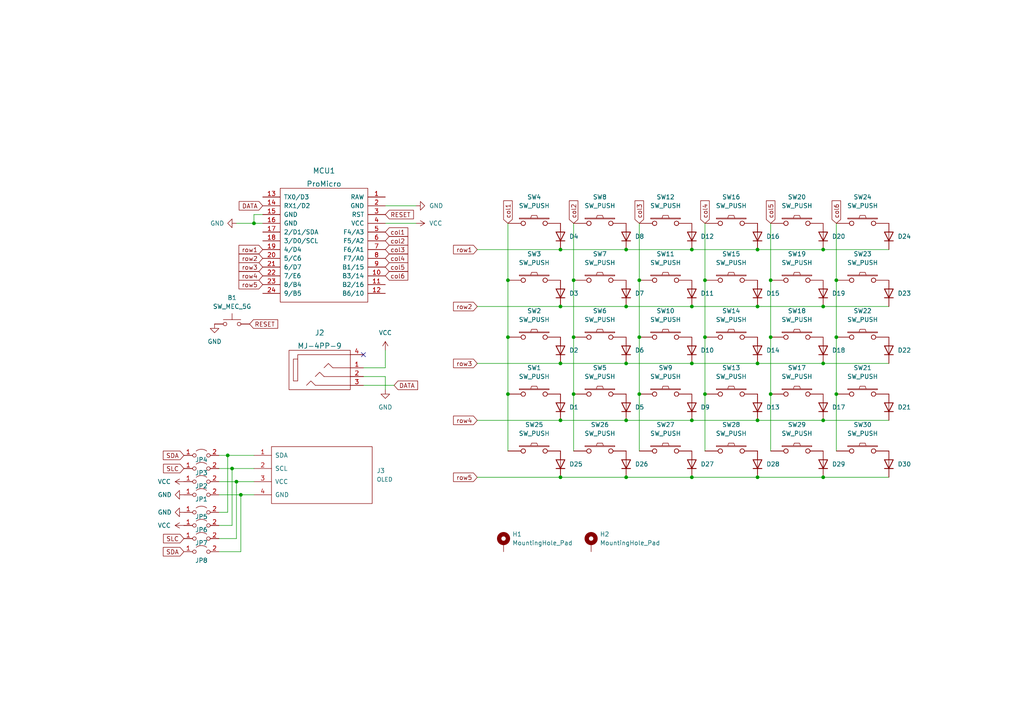
<source format=kicad_sch>
(kicad_sch (version 20211123) (generator eeschema)
  (paper "A4")
  (title_block (title "Insequor58 ≈ Moon60"))
  (lib_symbols
    (symbol "GND_1" (power) (pin_names (offset 0))
      (property "Value" "GND_1" (at 0 -3.81 0))
      (symbol "GND_1_0_1"
        (polyline (pts (xy 0 0) (xy 0 -1.27) (xy 1.27 -1.27) (xy 0 -2.54) (xy -1.27 -1.27) (xy 0 -1.27)))
      )
      (symbol "GND_1_1_1"
        (pin power_in line (at 0 0 270) (length 0) hide (name "GND") (number "1"))
      )
    )
    (symbol "Jumper:Jumper_2_Open" (pin_names (offset 0) hide)
      (property "Reference" "JP" (at 0 2.794 0))
      (property "Value" "Jumper_2_Open" (at 0 -2.286 0))
      (symbol "Jumper_2_Open_0_0"
        (circle (center -2.032 0) (radius 0.508))
        (circle (center 2.032 0) (radius 0.508))
      )
      (symbol "Jumper_2_Open_0_1"
        (arc (start 1.524 1.27) (mid 0 1.778) (end -1.524 1.27))
      )
      (symbol "Jumper_2_Open_1_1"
        (pin passive line (at -5.08 0 0) (length 2.54) (name "A") (number "1"))
        (pin passive line (at 5.08 0 180) (length 2.54) (name "B") (number "2"))
      )
    )
    (symbol "Mechanical:MountingHole_Pad" (pin_numbers hide) (pin_names (offset 1.016) hide)
      (property "Reference" "H" (at 0 6.35 0))
      (property "Value" "MountingHole_Pad" (at 0 4.445 0))
      (symbol "MountingHole_Pad_0_1"
        (circle (center 0 1.27) (radius 1.27) (stroke (width 1.27)))
      )
      (symbol "MountingHole_Pad_1_1"
        (pin input line (at 0 -2.54 90) (length 2.54) (name "1") (number "1"))
      )
    )
    (symbol "Moon60Symbols:MJ-4PP-9" (pin_names (offset 1.016))
      (property "Reference" "J?" (at -1.27 7.62 0))
      (property "Value" "MJ-4PP-9" (at -1.27 -7.62 0))
      (symbol "MJ-4PP-9_0_1"
        (rectangle (start -7.62 2.54) (end -8.89 -3.81))
        (polyline (pts (xy 2.54 0) (xy 7.62 0)))
        (polyline (pts (xy -2.54 -5.08) (xy 7.62 -5.08) (xy 7.62 -5.08)))
        (polyline (pts (xy 0 -2.54) (xy -1.27 -1.27) (xy -2.54 -2.54)))
        (polyline (pts (xy 0 0) (xy 1.27 1.27) (xy 2.54 0)))
        (polyline (pts (xy 7.62 3.81) (xy -7.62 3.81) (xy -7.62 2.54)))
        (polyline (pts (xy -2.54 -5.08) (xy -3.81 -3.81) (xy -5.08 -5.08) (xy -5.08 -5.08)))
        (polyline (pts (xy 0 -2.54) (xy 7.62 -2.54) (xy 7.62 -2.54) (xy 7.62 -2.54)))
        (rectangle (start 7.62 -6.35) (end -10.16 5.08))
      )
      (symbol "MJ-4PP-9_1_1"
        (pin passive line (at 11.43 0 180) (length 3.81) (name "~") (number "1"))
        (pin passive line (at 11.43 -2.54 180) (length 3.81) (name "~") (number "2"))
        (pin passive line (at 11.43 -5.08 180) (length 3.81) (name "~") (number "3"))
        (pin passive line (at 11.43 3.81 180) (length 3.81) (name "~") (number "4"))
      )
    )
    (symbol "Moon60Symbols:OLED" (pin_names (offset 1.016))
      (property "Reference" "J3" (at 16.51 1.905 0))
      (property "Value" "OLED" (at 16.51 -0.635 0))
      (symbol "OLED_0_1"
        (rectangle (start -13.97 8.89) (end 15.24 -7.62))
      )
      (symbol "OLED_1_1"
        (pin bidirectional line (at -19.05 6.35 0) (length 5.08) (name "SDA") (number "1"))
        (pin bidirectional line (at -19.05 2.54 0) (length 5.08) (name "SCL") (number "2"))
        (pin power_in line (at -19.05 -1.27 0) (length 5.08) (name "VCC") (number "3"))
        (pin power_in line (at -19.05 -5.08 0) (length 5.08) (name "GND") (number "4"))
      )
    )
    (symbol "Moon60Symbols:SW_PUSH" (pin_numbers hide) (pin_names (offset 1.016) hide)
      (property "Reference" "SW19" (at 0 7.62 0))
      (property "Value" "SW_PUSH" (at 0 5.08 0))
      (symbol "SW_PUSH_0_1"
        (rectangle (start -4.318 1.27) (end 4.318 1.524))
        (polyline (pts (xy -1.016 1.524) (xy -0.762 2.286) (xy 0.762 2.286) (xy 1.016 1.524)))
        (pin passive inverted (at -7.62 0 0) (length 5.08) (name "1") (number "1"))
        (pin passive inverted (at 7.62 0 180) (length 5.08) (name "2") (number "2"))
      )
    )
    (symbol "ProMicro_1" (pin_names (offset 1.016))
      (property "Reference" "MCU1" (at 0 25.4 0))
      (property "Value" "ProMicro_1" (at 0 21.59 0))
      (symbol "ProMicro_1_0_1"
        (rectangle (start -12.7 16.51) (end 12.7 -16.51))
      )
      (symbol "ProMicro_1_1_1"
        (pin power_out line (at 17.78 13.97 180) (length 5.08) (name "RAW") (number "1"))
        (pin bidirectional line (at 17.78 -8.89 180) (length 5.08) (name "B3/14") (number "10"))
        (pin bidirectional line (at 17.78 -11.43 180) (length 5.08) (name "B2/16") (number "11"))
        (pin bidirectional line (at 17.78 -13.97 180) (length 5.08) (name "B6/10") (number "12"))
        (pin bidirectional line (at -17.78 13.97 0) (length 5.08) (name "TX0/D3") (number "13"))
        (pin bidirectional line (at -17.78 11.43 0) (length 5.08) (name "RX1/D2") (number "14"))
        (pin power_in line (at -17.78 8.89 0) (length 5.08) (name "GND") (number "15"))
        (pin power_in line (at -17.78 6.35 0) (length 5.08) (name "GND") (number "16"))
        (pin bidirectional line (at -17.78 3.81 0) (length 5.08) (name "2/D1/SDA") (number "17"))
        (pin bidirectional line (at -17.78 1.27 0) (length 5.08) (name "3/D0/SCL") (number "18"))
        (pin bidirectional line (at -17.78 -1.27 0) (length 5.08) (name "4/D4") (number "19"))
        (pin power_in line (at 17.78 11.43 180) (length 5.08) (name "GND") (number "2"))
        (pin bidirectional line (at -17.78 -3.81 0) (length 5.08) (name "5/C6") (number "20"))
        (pin bidirectional line (at -17.78 -6.35 0) (length 5.08) (name "6/D7") (number "21"))
        (pin bidirectional line (at -17.78 -8.89 0) (length 5.08) (name "7/E6") (number "22"))
        (pin bidirectional line (at -17.78 -11.43 0) (length 5.08) (name "8/B4") (number "23"))
        (pin bidirectional line (at -17.78 -13.97 0) (length 5.08) (name "9/B5") (number "24"))
        (pin input line (at 17.78 8.89 180) (length 5.08) (name "RST") (number "3"))
        (pin power_in line (at 17.78 6.35 180) (length 5.08) (name "VCC") (number "4"))
        (pin bidirectional line (at 17.78 3.81 180) (length 5.08) (name "F4/A3") (number "5"))
        (pin bidirectional line (at 17.78 1.27 180) (length 5.08) (name "F5/A2") (number "6"))
        (pin bidirectional line (at 17.78 -1.27 180) (length 5.08) (name "F6/A1") (number "7"))
        (pin bidirectional line (at 17.78 -3.81 180) (length 5.08) (name "F7/A0") (number "8"))
        (pin bidirectional line (at 17.78 -6.35 180) (length 5.08) (name "B1/15") (number "9"))
      )
    )
    (symbol "Simulation_SPICE:DIODE" (pin_numbers hide) (pin_names (offset 1.016) hide)
      (property "Reference" "D" (at 0 2.54 0))
      (property "Value" "DIODE" (at 0 -2.54 0))
      (symbol "DIODE_0_1"
        (polyline (pts (xy 1.27 0) (xy -1.27 0)))
        (polyline (pts (xy 1.27 1.27) (xy 1.27 -1.27)) (stroke (width 0.254)))
        (polyline (pts (xy -1.27 -1.27) (xy -1.27 1.27) (xy 1.27 0) (xy -1.27 -1.27)) (stroke (width 0.254)))
      )
      (symbol "DIODE_1_1"
        (pin passive line (at -3.81 0 0) (length 2.54) (name "A") (number "1"))
        (pin passive line (at 3.81 0 180) (length 2.54) (name "K") (number "2"))
      )
    )
    (symbol "Switch:SW_MEC_5G" (pin_numbers hide) (pin_names (offset 1.016) hide)
      (property "Reference" "SW" (at 1.27 2.54 0))
      (property "Value" "SW_MEC_5G" (at 0 -1.524 0))
      (symbol "SW_MEC_5G_0_1"
        (circle (center -2.032 0) (radius 0.508))
        (polyline (pts (xy 0 1.27) (xy 0 3.048)))
        (polyline (pts (xy 2.54 1.27) (xy -2.54 1.27)))
        (circle (center 2.032 0) (radius 0.508))
        (pin passive line (at -5.08 0 0) (length 2.54) (name "A") (number "1"))
        (pin passive line (at 5.08 0 180) (length 2.54) (name "B") (number "3"))
      )
      (symbol "SW_MEC_5G_1_1"
        (pin passive line (at -5.08 0 0) (length 2.54) hide (name "A") (number "2"))
        (pin passive line (at 5.08 0 180) (length 2.54) hide (name "B") (number "4"))
      )
    )
    (symbol "VCC_1" (power) (pin_names (offset 0))
      (property "Value" "VCC_1" (at 0 3.81 0))
      (symbol "VCC_1_0_1"
        (polyline (pts (xy -0.762 1.27) (xy 0 2.54)))
        (polyline (pts (xy 0 0) (xy 0 2.54)))
        (polyline (pts (xy 0 2.54) (xy 0.762 1.27)))
      )
      (symbol "VCC_1_1_1"
        (pin power_in line (at 0 0 90) (length 0) hide (name "VCC") (number "1"))
      )
    )
    (symbol "power:GND" (power) (pin_names (offset 0))
      (property "Value" "GND" (at 0 -3.81 0))
      (symbol "GND_0_1"
        (polyline (pts (xy 0 0) (xy 0 -1.27) (xy 1.27 -1.27) (xy 0 -2.54) (xy -1.27 -1.27) (xy 0 -1.27)))
      )
      (symbol "GND_1_1"
        (pin power_in line (at 0 0 270) (length 0) hide (name "GND") (number "1"))
      )
    )
    (symbol "power:VCC" (power) (pin_names (offset 0))
      (property "Value" "VCC" (at 0 3.81 0))
      (symbol "VCC_0_1"
        (polyline (pts (xy -0.762 1.27) (xy 0 2.54)))
        (polyline (pts (xy 0 0) (xy 0 2.54)))
        (polyline (pts (xy 0 2.54) (xy 0.762 1.27)))
      )
      (symbol "VCC_1_1"
        (pin power_in line (at 0 0 90) (length 0) hide (name "VCC") (number "1"))
      )
    )
  )
  (junction (at 219.71 121.92))
  (junction (at 147.32 81.28))
  (junction (at 166.37 97.79))
  (junction (at 238.76 72.39))
  (junction (at 73.66 64.77))
  (junction (at 238.76 88.9))
  (junction (at 242.57 97.79))
  (junction (at 181.61 121.92))
  (junction (at 181.61 72.39))
  (junction (at 162.56 88.9))
  (junction (at 147.32 97.79))
  (junction (at 162.56 138.43))
  (junction (at 219.71 105.41))
  (junction (at 181.61 105.41))
  (junction (at 238.76 138.43))
  (junction (at 242.57 81.28))
  (junction (at 162.56 121.92))
  (junction (at 181.61 138.43))
  (junction (at 204.47 114.3))
  (junction (at 223.52 81.28))
  (junction (at 166.37 81.28))
  (junction (at 200.66 88.9))
  (junction (at 200.66 72.39))
  (junction (at 242.57 114.3))
  (junction (at 68.58 139.7))
  (junction (at 200.66 121.92))
  (junction (at 185.42 97.79))
  (junction (at 204.47 81.28))
  (junction (at 219.71 88.9))
  (junction (at 69.85 143.51))
  (junction (at 162.56 105.41))
  (junction (at 223.52 97.79))
  (junction (at 147.32 114.3))
  (junction (at 185.42 81.28))
  (junction (at 238.76 121.92))
  (junction (at 166.37 114.3))
  (junction (at 200.66 138.43))
  (junction (at 219.71 138.43))
  (junction (at 181.61 88.9))
  (junction (at 223.52 114.3))
  (junction (at 67.31 135.89))
  (junction (at 200.66 105.41))
  (junction (at 162.56 72.39))
  (junction (at 204.47 97.79))
  (junction (at 238.76 105.41))
  (junction (at 219.71 72.39))
  (junction (at 185.42 114.3))
  (junction (at 66.04 132.08))
  (no_connect (at 105.41 102.87))
  (wire (pts (xy 181.61 138.43) (xy 162.56 138.43)))
  (wire (pts (xy 242.57 114.3) (xy 242.57 130.81)))
  (wire (pts (xy 162.56 105.41) (xy 181.61 105.41)))
  (wire (pts (xy 223.52 97.79) (xy 223.52 114.3)))
  (wire (pts (xy 204.47 114.3) (xy 204.47 130.81)))
  (wire (pts (xy 162.56 138.43) (xy 138.43 138.43)))
  (wire (pts (xy 200.66 138.43) (xy 181.61 138.43)))
  (wire (pts (xy 67.31 135.89) (xy 67.31 152.4)))
  (wire (pts (xy 63.5 139.7) (xy 68.58 139.7)))
  (wire (pts (xy 147.32 81.28) (xy 147.32 97.79)))
  (wire (pts (xy 111.76 106.68) (xy 111.76 101.6)))
  (wire (pts (xy 223.52 114.3) (xy 223.52 130.81)))
  (wire (pts (xy 68.58 64.77) (xy 73.66 64.77)))
  (wire (pts (xy 147.32 114.3) (xy 147.32 130.81)))
  (wire (pts (xy 138.43 121.92) (xy 162.56 121.92)))
  (wire (pts (xy 219.71 138.43) (xy 200.66 138.43)))
  (wire (pts (xy 166.37 114.3) (xy 166.37 130.81)))
  (wire (pts (xy 105.41 106.68) (xy 111.76 106.68)))
  (wire (pts (xy 162.56 121.92) (xy 181.61 121.92)))
  (wire (pts (xy 238.76 72.39) (xy 257.81 72.39)))
  (wire (pts (xy 63.5 135.89) (xy 67.31 135.89)))
  (wire (pts (xy 242.57 81.28) (xy 242.57 97.79)))
  (wire (pts (xy 257.81 138.43) (xy 238.76 138.43)))
  (wire (pts (xy 68.58 139.7) (xy 68.58 156.21)))
  (wire (pts (xy 73.66 62.23) (xy 73.66 64.77)))
  (wire (pts (xy 162.56 88.9) (xy 181.61 88.9)))
  (wire (pts (xy 185.42 64.77) (xy 185.42 81.28)))
  (wire (pts (xy 63.5 160.02) (xy 69.85 160.02)))
  (wire (pts (xy 204.47 97.79) (xy 204.47 114.3)))
  (wire (pts (xy 200.66 88.9) (xy 219.71 88.9)))
  (wire (pts (xy 238.76 88.9) (xy 257.81 88.9)))
  (wire (pts (xy 105.41 109.22) (xy 111.76 109.22)))
  (wire (pts (xy 223.52 64.77) (xy 223.52 81.28)))
  (wire (pts (xy 219.71 72.39) (xy 238.76 72.39)))
  (wire (pts (xy 166.37 64.77) (xy 166.37 81.28)))
  (wire (pts (xy 242.57 64.77) (xy 242.57 81.28)))
  (wire (pts (xy 200.66 121.92) (xy 219.71 121.92)))
  (wire (pts (xy 63.5 152.4) (xy 67.31 152.4)))
  (wire (pts (xy 138.43 88.9) (xy 162.56 88.9)))
  (wire (pts (xy 111.76 64.77) (xy 120.65 64.77)))
  (wire (pts (xy 63.5 156.21) (xy 68.58 156.21)))
  (wire (pts (xy 223.52 81.28) (xy 223.52 97.79)))
  (wire (pts (xy 66.04 132.08) (xy 73.66 132.08)))
  (wire (pts (xy 105.41 111.76) (xy 114.3 111.76)))
  (wire (pts (xy 185.42 81.28) (xy 185.42 97.79)))
  (wire (pts (xy 63.5 148.59) (xy 66.04 148.59)))
  (wire (pts (xy 111.76 59.69) (xy 120.65 59.69)))
  (wire (pts (xy 63.5 132.08) (xy 66.04 132.08)))
  (wire (pts (xy 219.71 121.92) (xy 238.76 121.92)))
  (wire (pts (xy 73.66 64.77) (xy 76.2 64.77)))
  (wire (pts (xy 204.47 64.77) (xy 204.47 81.28)))
  (wire (pts (xy 69.85 143.51) (xy 73.66 143.51)))
  (wire (pts (xy 138.43 105.41) (xy 162.56 105.41)))
  (wire (pts (xy 200.66 105.41) (xy 219.71 105.41)))
  (wire (pts (xy 166.37 81.28) (xy 166.37 97.79)))
  (wire (pts (xy 111.76 109.22) (xy 111.76 113.03)))
  (wire (pts (xy 147.32 64.77) (xy 147.32 81.28)))
  (wire (pts (xy 185.42 97.79) (xy 185.42 114.3)))
  (wire (pts (xy 67.31 135.89) (xy 73.66 135.89)))
  (wire (pts (xy 238.76 138.43) (xy 219.71 138.43)))
  (wire (pts (xy 181.61 121.92) (xy 200.66 121.92)))
  (wire (pts (xy 147.32 97.79) (xy 147.32 114.3)))
  (wire (pts (xy 166.37 97.79) (xy 166.37 114.3)))
  (wire (pts (xy 63.5 143.51) (xy 69.85 143.51)))
  (wire (pts (xy 181.61 105.41) (xy 200.66 105.41)))
  (wire (pts (xy 242.57 97.79) (xy 242.57 114.3)))
  (wire (pts (xy 138.43 72.39) (xy 162.56 72.39)))
  (wire (pts (xy 181.61 72.39) (xy 200.66 72.39)))
  (wire (pts (xy 68.58 139.7) (xy 73.66 139.7)))
  (wire (pts (xy 238.76 121.92) (xy 257.81 121.92)))
  (wire (pts (xy 219.71 105.41) (xy 238.76 105.41)))
  (wire (pts (xy 204.47 81.28) (xy 204.47 97.79)))
  (wire (pts (xy 66.04 132.08) (xy 66.04 148.59)))
  (wire (pts (xy 181.61 88.9) (xy 200.66 88.9)))
  (wire (pts (xy 69.85 143.51) (xy 69.85 160.02)))
  (wire (pts (xy 219.71 88.9) (xy 238.76 88.9)))
  (wire (pts (xy 200.66 72.39) (xy 219.71 72.39)))
  (wire (pts (xy 185.42 114.3) (xy 185.42 130.81)))
  (wire (pts (xy 76.2 62.23) (xy 73.66 62.23)))
  (wire (pts (xy 238.76 105.41) (xy 257.81 105.41)))
  (wire (pts (xy 162.56 72.39) (xy 181.61 72.39)))
  (global_label "row3" (shape input) (at 138.43 105.41 180) (property "Intersheet References" "${INTERSHEET_REFS}" (effects hide)))
  (global_label "DATA" (shape input) (at 114.3 111.76 0) (property "Intersheet References" "${INTERSHEET_REFS}" (effects hide)))
  (global_label "col4" (shape input) (at 111.76 74.93 0) (property "Intersheet References" "${INTERSHEET_REFS}" (effects hide)))
  (global_label "DATA" (shape input) (at 76.2 59.69 180) (property "Intersheet References" "${INTERSHEET_REFS}" (effects hide)))
  (global_label "row4" (shape input) (at 138.43 121.92 180) (property "Intersheet References" "${INTERSHEET_REFS}" (effects hide)))
  (global_label "col3" (shape input) (at 185.42 64.77 90) (property "Intersheet References" "${INTERSHEET_REFS}" (effects hide)))
  (global_label "col5" (shape input) (at 223.52 64.77 90) (property "Intersheet References" "${INTERSHEET_REFS}" (effects hide)))
  (global_label "row3" (shape input) (at 76.2 77.47 180) (property "Intersheet References" "${INTERSHEET_REFS}" (effects hide)))
  (global_label "col6" (shape input) (at 242.57 64.77 90) (property "Intersheet References" "${INTERSHEET_REFS}" (effects hide)))
  (global_label "row4" (shape input) (at 76.2 80.01 180) (property "Intersheet References" "${INTERSHEET_REFS}" (effects hide)))
  (global_label "RESET" (shape input) (at 72.39 93.98 0) (property "Intersheet References" "${INTERSHEET_REFS}" (effects hide)))
  (global_label "col1" (shape input) (at 147.32 64.77 90) (property "Intersheet References" "${INTERSHEET_REFS}" (effects hide)))
  (global_label "row1" (shape input) (at 76.2 72.39 180) (property "Intersheet References" "${INTERSHEET_REFS}" (effects hide)))
  (global_label "row2" (shape input) (at 138.43 88.9 180) (property "Intersheet References" "${INTERSHEET_REFS}" (effects hide)))
  (global_label "RESET" (shape input) (at 111.76 62.23 0) (property "Intersheet References" "${INTERSHEET_REFS}" (effects hide)))
  (global_label "col6" (shape input) (at 111.76 80.01 0) (property "Intersheet References" "${INTERSHEET_REFS}" (effects hide)))
  (global_label "SLC" (shape input) (at 53.34 135.89 180) (property "Intersheet References" "${INTERSHEET_REFS}" (effects hide)))
  (global_label "col4" (shape input) (at 204.47 64.77 90) (property "Intersheet References" "${INTERSHEET_REFS}" (effects hide)))
  (global_label "row1" (shape input) (at 138.43 72.39 180) (property "Intersheet References" "${INTERSHEET_REFS}" (effects hide)))
  (global_label "col2" (shape input) (at 111.76 69.85 0) (property "Intersheet References" "${INTERSHEET_REFS}" (effects hide)))
  (global_label "col1" (shape input) (at 111.76 67.31 0) (property "Intersheet References" "${INTERSHEET_REFS}" (effects hide)))
  (global_label "row2" (shape input) (at 76.2 74.93 180) (property "Intersheet References" "${INTERSHEET_REFS}" (effects hide)))
  (global_label "SLC" (shape input) (at 53.34 156.21 180) (property "Intersheet References" "${INTERSHEET_REFS}" (effects hide)))
  (global_label "row5" (shape input) (at 76.2 82.55 180) (property "Intersheet References" "${INTERSHEET_REFS}" (effects hide)))
  (global_label "SDA" (shape input) (at 53.34 160.02 180) (property "Intersheet References" "${INTERSHEET_REFS}" (effects hide)))
  (global_label "col3" (shape input) (at 111.76 72.39 0) (property "Intersheet References" "${INTERSHEET_REFS}" (effects hide)))
  (global_label "SDA" (shape input) (at 53.34 132.08 180) (property "Intersheet References" "${INTERSHEET_REFS}" (effects hide)))
  (global_label "col5" (shape input) (at 111.76 77.47 0) (property "Intersheet References" "${INTERSHEET_REFS}" (effects hide)))
  (global_label "col2" (shape input) (at 166.37 64.77 90) (property "Intersheet References" "${INTERSHEET_REFS}" (effects hide)))
  (global_label "row5" (shape input) (at 138.43 138.43 180) (property "Intersheet References" "${INTERSHEET_REFS}" (effects hide)))
  (symbol (lib_id "Moon60Symbols:SW_PUSH") (at 231.14 64.77 0) (unit 1)
    (property "Reference" "SW20" (at 231.14 57.15 0))
    (property "Value" "SW_PUSH" (at 231.14 59.69 0))
  )
  (symbol (lib_id "Moon60Symbols:SW_PUSH") (at 231.14 97.79 0) (unit 1)
    (property "Reference" "SW18" (at 231.14 90.17 0))
    (property "Value" "SW_PUSH" (at 231.14 92.71 0))
  )
  (symbol (lib_id "Mechanical:MountingHole_Pad") (at 171.45 157.48 0) (unit 1)
    (property "Reference" "H2" (at 173.99 154.9399 0) (effects (justify left)))
    (property "Value" "MountingHole_Pad" (at 173.99 157.4799 0) (effects (justify left)))
  )
  (symbol (lib_id "Jumper:Jumper_2_Open") (at 58.42 132.08 0) (unit 1)
    (property "Reference" "JP4" (at 58.42 133.35 0))
    (property "Value" "Jumper_2_Open" (effects hide))
  )
  (symbol (lib_id "Jumper:Jumper_2_Open") (at 58.42 148.59 0) (unit 1)
    (property "Reference" "JP5" (at 58.42 149.86 0))
    (property "Value" "Jumper_2_Open" (effects hide))
  )
  (symbol (lib_id "Simulation_SPICE:DIODE") (at 219.71 85.09 270) (unit 1)
    (property "Reference" "D15" (at 222.25 85.0899 90) (effects (justify left)))
    (property "Value" "DIODE" (effects hide))
    (property "Spice_Netlist_Enabled" "Y" (effects hide))
    (property "Spice_Primitive" "D" (effects hide))
  )
  (symbol (lib_id "Moon60Symbols:SW_PUSH") (at 154.94 64.77 0) (unit 1)
    (property "Reference" "SW4" (at 154.94 57.15 0))
    (property "Value" "SW_PUSH" (at 154.94 59.69 0))
  )
  (symbol (lib_id "Moon60Symbols:SW_PUSH") (at 250.19 114.3 0) (unit 1)
    (property "Reference" "SW21" (at 250.19 106.68 0))
    (property "Value" "SW_PUSH" (at 250.19 109.22 0))
  )
  (symbol (lib_id "Moon60Symbols:SW_PUSH") (at 193.04 114.3 0) (unit 1)
    (property "Reference" "SW9" (at 193.04 106.68 0))
    (property "Value" "SW_PUSH" (at 193.04 109.22 0))
  )
  (symbol (lib_id "Simulation_SPICE:DIODE") (at 162.56 134.62 270) (unit 1)
    (property "Reference" "D25" (at 165.1 134.6199 90) (effects (justify left)))
    (property "Value" "DIODE" (effects hide))
    (property "Spice_Netlist_Enabled" "Y" (effects hide))
    (property "Spice_Primitive" "D" (effects hide))
  )
  (symbol (lib_name "ProMicro_1") (lib_id "Moon60Symbols:ProMicro") (at 93.98 71.12 0) (unit 1)
    (property "Reference" "MCU1" (at 93.98 49.53 0) (effects (font (size 1.524 1.524))))
    (property "Value" "ProMicro" (at 93.98 53.34 0) (effects (font (size 1.524 1.524))))
    (property "Footprint" "Moon60footprints:ProMicro" (effects hide))
  )
  (symbol (lib_id "Simulation_SPICE:DIODE") (at 257.81 68.58 270) (unit 1)
    (property "Reference" "D24" (at 260.35 68.5799 90) (effects (justify left)))
    (property "Value" "DIODE" (effects hide))
    (property "Spice_Netlist_Enabled" "Y" (effects hide))
    (property "Spice_Primitive" "D" (effects hide))
  )
  (symbol (lib_id "Simulation_SPICE:DIODE") (at 200.66 101.6 270) (unit 1)
    (property "Reference" "D10" (at 203.2 101.5999 90) (effects (justify left)))
    (property "Value" "DIODE" (effects hide))
    (property "Spice_Netlist_Enabled" "Y" (effects hide))
    (property "Spice_Primitive" "D" (effects hide))
  )
  (symbol (lib_name "VCC_1") (lib_id "power:VCC") (at 111.76 101.6 0) (unit 1)
    (property "Reference" "#PWR?" (effects hide))
    (property "Value" "VCC" (at 111.76 96.52 0))
  )
  (symbol (lib_id "Moon60Symbols:SW_PUSH") (at 212.09 64.77 0) (unit 1)
    (property "Reference" "SW16" (at 212.09 57.15 0))
    (property "Value" "SW_PUSH" (at 212.09 59.69 0))
  )
  (symbol (lib_id "Moon60Symbols:SW_PUSH") (at 193.04 97.79 0) (unit 1)
    (property "Reference" "SW10" (at 193.04 90.17 0))
    (property "Value" "SW_PUSH" (at 193.04 92.71 0))
  )
  (symbol (lib_id "Moon60Symbols:SW_PUSH") (at 173.99 81.28 0) (unit 1)
    (property "Reference" "SW7" (at 173.99 73.66 0))
    (property "Value" "SW_PUSH" (at 173.99 76.2 0))
  )
  (symbol (lib_id "power:GND") (at 53.34 148.59 270) (unit 1)
    (property "Reference" "#PWR0104" (effects hide))
    (property "Value" "GND" (at 45.72 148.59 90) (effects (justify left)))
  )
  (symbol (lib_id "Simulation_SPICE:DIODE") (at 238.76 101.6 270) (unit 1)
    (property "Reference" "D18" (at 241.3 101.5999 90) (effects (justify left)))
    (property "Value" "DIODE" (effects hide))
    (property "Spice_Netlist_Enabled" "Y" (effects hide))
    (property "Spice_Primitive" "D" (effects hide))
  )
  (symbol (lib_id "Moon60Symbols:SW_PUSH") (at 250.19 64.77 0) (unit 1)
    (property "Reference" "SW24" (at 250.19 57.15 0))
    (property "Value" "SW_PUSH" (at 250.19 59.69 0))
  )
  (symbol (lib_id "power:VCC") (at 53.34 139.7 90) (unit 1)
    (property "Reference" "#PWR0102" (effects hide))
    (property "Value" "VCC" (at 45.72 139.7 90) (effects (justify right)))
  )
  (symbol (lib_id "Simulation_SPICE:DIODE") (at 238.76 134.62 270) (unit 1)
    (property "Reference" "D29" (at 241.3 134.6199 90) (effects (justify left)))
    (property "Value" "DIODE" (effects hide))
    (property "Spice_Netlist_Enabled" "Y" (effects hide))
    (property "Spice_Primitive" "D" (effects hide))
  )
  (symbol (lib_id "Jumper:Jumper_2_Open") (at 58.42 152.4 0) (unit 1)
    (property "Reference" "JP6" (at 58.42 153.67 0))
    (property "Value" "Jumper_2_Open" (effects hide))
  )
  (symbol (lib_id "Simulation_SPICE:DIODE") (at 200.66 134.62 270) (unit 1)
    (property "Reference" "D27" (at 203.2 134.6199 90) (effects (justify left)))
    (property "Value" "DIODE" (effects hide))
    (property "Spice_Netlist_Enabled" "Y" (effects hide))
    (property "Spice_Primitive" "D" (effects hide))
  )
  (symbol (lib_id "power:GND") (at 53.34 143.51 270) (unit 1)
    (property "Reference" "#PWR0101" (effects hide))
    (property "Value" "GND" (at 45.72 143.51 90) (effects (justify left)))
  )
  (symbol (lib_id "Moon60Symbols:SW_PUSH") (at 231.14 114.3 0) (unit 1)
    (property "Reference" "SW17" (at 231.14 106.68 0))
    (property "Value" "SW_PUSH" (at 231.14 109.22 0))
  )
  (symbol (lib_id "Moon60Symbols:SW_PUSH") (at 193.04 130.81 0) (unit 1)
    (property "Reference" "SW27" (at 193.04 123.19 0))
    (property "Value" "SW_PUSH" (at 193.04 125.73 0))
  )
  (symbol (lib_id "Simulation_SPICE:DIODE") (at 162.56 101.6 270) (unit 1)
    (property "Reference" "D2" (at 165.1 101.5999 90) (effects (justify left)))
    (property "Value" "DIODE" (effects hide))
    (property "Spice_Netlist_Enabled" "Y" (effects hide))
    (property "Spice_Primitive" "D" (effects hide))
  )
  (symbol (lib_id "Simulation_SPICE:DIODE") (at 181.61 68.58 270) (unit 1)
    (property "Reference" "D8" (at 184.15 68.5799 90) (effects (justify left)))
    (property "Value" "DIODE" (effects hide))
    (property "Spice_Netlist_Enabled" "Y" (effects hide))
    (property "Spice_Primitive" "D" (effects hide))
  )
  (symbol (lib_id "Moon60Symbols:SW_PUSH") (at 212.09 81.28 0) (unit 1)
    (property "Reference" "SW15" (at 212.09 73.66 0))
    (property "Value" "SW_PUSH" (at 212.09 76.2 0))
  )
  (symbol (lib_id "Simulation_SPICE:DIODE") (at 257.81 85.09 270) (unit 1)
    (property "Reference" "D23" (at 260.35 85.0899 90) (effects (justify left)))
    (property "Value" "DIODE" (effects hide))
    (property "Spice_Netlist_Enabled" "Y" (effects hide))
    (property "Spice_Primitive" "D" (effects hide))
  )
  (symbol (lib_id "power:VCC") (at 53.34 152.4 90) (unit 1)
    (property "Reference" "#PWR0103" (effects hide))
    (property "Value" "VCC" (at 45.72 152.4 90) (effects (justify right)))
  )
  (symbol (lib_id "Moon60Symbols:SW_PUSH") (at 212.09 97.79 0) (unit 1)
    (property "Reference" "SW14" (at 212.09 90.17 0))
    (property "Value" "SW_PUSH" (at 212.09 92.71 0))
  )
  (symbol (lib_id "Simulation_SPICE:DIODE") (at 219.71 134.62 270) (unit 1)
    (property "Reference" "D28" (at 222.25 134.6199 90) (effects (justify left)))
    (property "Value" "DIODE" (effects hide))
    (property "Spice_Netlist_Enabled" "Y" (effects hide))
    (property "Spice_Primitive" "D" (effects hide))
  )
  (symbol (lib_id "Moon60Symbols:SW_PUSH") (at 250.19 81.28 0) (unit 1)
    (property "Reference" "SW23" (at 250.19 73.66 0))
    (property "Value" "SW_PUSH" (at 250.19 76.2 0))
  )
  (symbol (lib_id "Simulation_SPICE:DIODE") (at 238.76 85.09 270) (unit 1)
    (property "Reference" "D19" (at 241.3 85.0899 90) (effects (justify left)))
    (property "Value" "DIODE" (effects hide))
    (property "Spice_Netlist_Enabled" "Y" (effects hide))
    (property "Spice_Primitive" "D" (effects hide))
  )
  (symbol (lib_id "Jumper:Jumper_2_Open") (at 58.42 143.51 0) (unit 1)
    (property "Reference" "JP1" (at 58.42 144.78 0))
    (property "Value" "Jumper_2_Open" (effects hide))
  )
  (symbol (lib_id "Simulation_SPICE:DIODE") (at 238.76 118.11 270) (unit 1)
    (property "Reference" "D17" (at 241.3 118.1099 90) (effects (justify left)))
    (property "Value" "DIODE" (effects hide))
    (property "Spice_Netlist_Enabled" "Y" (effects hide))
    (property "Spice_Primitive" "D" (effects hide))
  )
  (symbol (lib_id "Moon60Symbols:OLED") (at 92.71 138.43 0) (unit 1)
    (property "Reference" "J3" (at 109.22 136.525 0) (effects (font (size 1.2954 1.2954)) (justify left)))
    (property "Value" "OLED" (at 109.22 139.065 0) (effects (font (size 1.1938 1.1938)) (justify left)))
    (property "Footprint" "Moon60footprints:OLED_4Pin" (effects hide))
  )
  (symbol (lib_id "Jumper:Jumper_2_Open") (at 58.42 160.02 0) (unit 1)
    (property "Reference" "JP8" (at 58.42 162.56 0))
    (property "Value" "Jumper_2_Open" (effects hide))
  )
  (symbol (lib_id "Simulation_SPICE:DIODE") (at 200.66 68.58 270) (unit 1)
    (property "Reference" "D12" (at 203.2 68.5799 90) (effects (justify left)))
    (property "Value" "DIODE" (effects hide))
    (property "Spice_Netlist_Enabled" "Y" (effects hide))
    (property "Spice_Primitive" "D" (effects hide))
  )
  (symbol (lib_id "Moon60Symbols:SW_PUSH") (at 212.09 130.81 0) (unit 1)
    (property "Reference" "SW28" (at 212.09 123.19 0))
    (property "Value" "SW_PUSH" (at 212.09 125.73 0))
  )
  (symbol (lib_id "Moon60Symbols:SW_PUSH") (at 154.94 130.81 0) (unit 1)
    (property "Reference" "SW25" (at 154.94 123.19 0))
    (property "Value" "SW_PUSH" (at 154.94 125.73 0))
  )
  (symbol (lib_id "Moon60Symbols:SW_PUSH") (at 173.99 64.77 0) (unit 1)
    (property "Reference" "SW8" (at 173.99 57.15 0))
    (property "Value" "SW_PUSH" (at 173.99 59.69 0))
  )
  (symbol (lib_id "Simulation_SPICE:DIODE") (at 200.66 118.11 270) (unit 1)
    (property "Reference" "D9" (at 203.2 118.1099 90) (effects (justify left)))
    (property "Value" "DIODE" (effects hide))
    (property "Spice_Netlist_Enabled" "Y" (effects hide))
    (property "Spice_Primitive" "D" (effects hide))
  )
  (symbol (lib_id "Simulation_SPICE:DIODE") (at 238.76 68.58 270) (unit 1)
    (property "Reference" "D20" (at 241.3 68.5799 90) (effects (justify left)))
    (property "Value" "DIODE" (effects hide))
    (property "Spice_Netlist_Enabled" "Y" (effects hide))
    (property "Spice_Primitive" "D" (effects hide))
  )
  (symbol (lib_id "Simulation_SPICE:DIODE") (at 200.66 85.09 270) (unit 1)
    (property "Reference" "D11" (at 203.2 85.0899 90) (effects (justify left)))
    (property "Value" "DIODE" (effects hide))
    (property "Spice_Netlist_Enabled" "Y" (effects hide))
    (property "Spice_Primitive" "D" (effects hide))
  )
  (symbol (lib_id "Simulation_SPICE:DIODE") (at 219.71 118.11 270) (unit 1)
    (property "Reference" "D13" (at 222.25 118.1099 90) (effects (justify left)))
    (property "Value" "DIODE" (effects hide))
    (property "Spice_Netlist_Enabled" "Y" (effects hide))
    (property "Spice_Primitive" "D" (effects hide))
  )
  (symbol (lib_id "power:VCC") (at 120.65 64.77 270) (mirror x) (unit 1)
    (property "Reference" "#PWR0105" (effects hide))
    (property "Value" "VCC" (at 124.46 64.7699 90) (effects (justify left)))
  )
  (symbol (lib_id "Jumper:Jumper_2_Open") (at 58.42 156.21 0) (unit 1)
    (property "Reference" "JP7" (at 58.42 157.48 0))
    (property "Value" "Jumper_2_Open" (effects hide))
  )
  (symbol (lib_id "power:GND") (at 68.58 64.77 270) (unit 1)
    (property "Reference" "#PWR0107" (effects hide))
    (property "Value" "GND" (at 60.96 64.77 90) (effects (justify left)))
  )
  (symbol (lib_id "Simulation_SPICE:DIODE") (at 257.81 101.6 270) (unit 1)
    (property "Reference" "D22" (at 260.35 101.5999 90) (effects (justify left)))
    (property "Value" "DIODE" (effects hide))
    (property "Spice_Netlist_Enabled" "Y" (effects hide))
    (property "Spice_Primitive" "D" (effects hide))
  )
  (symbol (lib_id "Moon60Symbols:SW_PUSH") (at 212.09 114.3 0) (unit 1)
    (property "Reference" "SW13" (at 212.09 106.68 0))
    (property "Value" "SW_PUSH" (at 212.09 109.22 0))
  )
  (symbol (lib_name "GND_1") (lib_id "power:GND") (at 111.76 113.03 0) (unit 1)
    (property "Reference" "#PWR?" (effects hide))
    (property "Value" "GND" (at 111.76 118.11 0))
  )
  (symbol (lib_id "Simulation_SPICE:DIODE") (at 257.81 134.62 270) (unit 1)
    (property "Reference" "D30" (at 260.35 134.6199 90) (effects (justify left)))
    (property "Value" "DIODE" (effects hide))
    (property "Spice_Netlist_Enabled" "Y" (effects hide))
    (property "Spice_Primitive" "D" (effects hide))
  )
  (symbol (lib_id "Moon60Symbols:SW_PUSH") (at 173.99 130.81 0) (unit 1)
    (property "Reference" "SW26" (at 173.99 123.19 0))
    (property "Value" "SW_PUSH" (at 173.99 125.73 0))
  )
  (symbol (lib_id "Moon60Symbols:SW_PUSH") (at 231.14 130.81 0) (unit 1)
    (property "Reference" "SW29" (at 231.14 123.19 0))
    (property "Value" "SW_PUSH" (at 231.14 125.73 0))
  )
  (symbol (lib_id "Simulation_SPICE:DIODE") (at 162.56 85.09 270) (unit 1)
    (property "Reference" "D3" (at 165.1 85.0899 90) (effects (justify left)))
    (property "Value" "DIODE" (effects hide))
    (property "Spice_Netlist_Enabled" "Y" (effects hide))
    (property "Spice_Primitive" "D" (effects hide))
  )
  (symbol (lib_id "Simulation_SPICE:DIODE") (at 162.56 68.58 270) (unit 1)
    (property "Reference" "D4" (at 165.1 68.5799 90) (effects (justify left)))
    (property "Value" "DIODE" (effects hide))
    (property "Spice_Netlist_Enabled" "Y" (effects hide))
    (property "Spice_Primitive" "D" (effects hide))
  )
  (symbol (lib_id "Simulation_SPICE:DIODE") (at 257.81 118.11 270) (unit 1)
    (property "Reference" "D21" (at 260.35 118.1099 90) (effects (justify left)))
    (property "Value" "DIODE" (effects hide))
    (property "Spice_Netlist_Enabled" "Y" (effects hide))
    (property "Spice_Primitive" "D" (effects hide))
  )
  (symbol (lib_id "power:GND") (at 120.65 59.69 90) (mirror x) (unit 1)
    (property "Reference" "#PWR0106" (effects hide))
    (property "Value" "GND" (at 124.46 59.6899 90) (effects (justify right)))
  )
  (symbol (lib_id "Jumper:Jumper_2_Open") (at 58.42 139.7 0) (unit 1)
    (property "Reference" "JP2" (at 58.42 140.97 0))
    (property "Value" "Jumper_2_Open" (effects hide))
  )
  (symbol (lib_id "power:GND") (at 62.23 93.98 0) (unit 1)
    (property "Reference" "#PWR0108" (effects hide))
    (property "Value" "GND" (at 62.23 99.06 0))
  )
  (symbol (lib_id "Simulation_SPICE:DIODE") (at 219.71 101.6 270) (unit 1)
    (property "Reference" "D14" (at 222.25 101.5999 90) (effects (justify left)))
    (property "Value" "DIODE" (effects hide))
    (property "Spice_Netlist_Enabled" "Y" (effects hide))
    (property "Spice_Primitive" "D" (effects hide))
  )
  (symbol (lib_id "Moon60Symbols:SW_PUSH") (at 250.19 97.79 0) (unit 1)
    (property "Reference" "SW22" (at 250.19 90.17 0))
    (property "Value" "SW_PUSH" (at 250.19 92.71 0))
  )
  (symbol (lib_id "Moon60Symbols:SW_PUSH") (at 173.99 97.79 0) (unit 1)
    (property "Reference" "SW6" (at 173.99 90.17 0))
    (property "Value" "SW_PUSH" (at 173.99 92.71 0))
  )
  (symbol (lib_id "Moon60Symbols:MJ-4PP-9") (at 93.98 106.68 0) (unit 1)
    (property "Reference" "J2" (at 92.71 96.52 0) (effects (font (size 1.524 1.524))))
    (property "Value" "MJ-4PP-9" (at 92.71 100.33 0) (effects (font (size 1.524 1.524))))
    (property "Footprint" "Moon60footprints:MJ-4PP-9" (effects hide))
  )
  (symbol (lib_id "Moon60Symbols:SW_PUSH") (at 154.94 81.28 0) (unit 1)
    (property "Reference" "SW3" (at 154.94 73.66 0))
    (property "Value" "SW_PUSH" (at 154.94 76.2 0))
  )
  (symbol (lib_id "Moon60Symbols:SW_PUSH") (at 231.14 81.28 0) (unit 1)
    (property "Reference" "SW19" (at 231.14 73.66 0))
    (property "Value" "SW_PUSH" (at 231.14 76.2 0))
  )
  (symbol (lib_id "Switch:SW_MEC_5G") (at 67.31 93.98 0) (unit 1)
    (property "Reference" "B1" (at 67.31 86.36 0))
    (property "Value" "SW_MEC_5G" (at 67.31 88.9 0))
    (property "Datasheet" "http://www.apem.com/int/index.php?controller=attachment&id_attachment=488" (effects hide))
  )
  (symbol (lib_id "Simulation_SPICE:DIODE") (at 181.61 134.62 270) (unit 1)
    (property "Reference" "D26" (at 184.15 134.6199 90) (effects (justify left)))
    (property "Value" "DIODE" (effects hide))
    (property "Spice_Netlist_Enabled" "Y" (effects hide))
    (property "Spice_Primitive" "D" (effects hide))
  )
  (symbol (lib_id "Simulation_SPICE:DIODE") (at 181.61 85.09 270) (unit 1)
    (property "Reference" "D7" (at 184.15 85.0899 90) (effects (justify left)))
    (property "Value" "DIODE" (effects hide))
    (property "Spice_Netlist_Enabled" "Y" (effects hide))
    (property "Spice_Primitive" "D" (effects hide))
  )
  (symbol (lib_id "Simulation_SPICE:DIODE") (at 162.56 118.11 270) (unit 1)
    (property "Reference" "D1" (at 165.1 118.1099 90) (effects (justify left)))
    (property "Value" "DIODE" (effects hide))
    (property "Spice_Netlist_Enabled" "Y" (effects hide))
    (property "Spice_Primitive" "D" (effects hide))
  )
  (symbol (lib_id "Mechanical:MountingHole_Pad") (at 146.05 157.48 0) (unit 1)
    (property "Reference" "H1" (at 148.59 154.9399 0) (effects (justify left)))
    (property "Value" "MountingHole_Pad" (at 148.59 157.4799 0) (effects (justify left)))
  )
  (symbol (lib_id "Simulation_SPICE:DIODE") (at 181.61 101.6 270) (unit 1)
    (property "Reference" "D6" (at 184.15 101.5999 90) (effects (justify left)))
    (property "Value" "DIODE" (effects hide))
    (property "Spice_Netlist_Enabled" "Y" (effects hide))
    (property "Spice_Primitive" "D" (effects hide))
  )
  (symbol (lib_id "Moon60Symbols:SW_PUSH") (at 193.04 64.77 0) (unit 1)
    (property "Reference" "SW12" (at 193.04 57.15 0))
    (property "Value" "SW_PUSH" (at 193.04 59.69 0))
  )
  (symbol (lib_id "Moon60Symbols:SW_PUSH") (at 154.94 114.3 0) (unit 1)
    (property "Reference" "SW1" (at 154.94 106.68 0))
    (property "Value" "SW_PUSH" (at 154.94 109.22 0))
  )
  (symbol (lib_id "Moon60Symbols:SW_PUSH") (at 250.19 130.81 0) (unit 1)
    (property "Reference" "SW30" (at 250.19 123.19 0))
    (property "Value" "SW_PUSH" (at 250.19 125.73 0))
  )
  (symbol (lib_id "Jumper:Jumper_2_Open") (at 58.42 135.89 0) (unit 1)
    (property "Reference" "JP3" (at 58.42 137.16 0))
    (property "Value" "Jumper_2_Open" (effects hide))
  )
  (symbol (lib_id "Simulation_SPICE:DIODE") (at 219.71 68.58 270) (unit 1)
    (property "Reference" "D16" (at 222.25 68.5799 90) (effects (justify left)))
    (property "Value" "DIODE" (effects hide))
    (property "Spice_Netlist_Enabled" "Y" (effects hide))
    (property "Spice_Primitive" "D" (effects hide))
  )
  (symbol (lib_id "Moon60Symbols:SW_PUSH") (at 193.04 81.28 0) (unit 1)
    (property "Reference" "SW11" (at 193.04 73.66 0))
    (property "Value" "SW_PUSH" (at 193.04 76.2 0))
  )
  (symbol (lib_id "Moon60Symbols:SW_PUSH") (at 173.99 114.3 0) (unit 1)
    (property "Reference" "SW5" (at 173.99 106.68 0))
    (property "Value" "SW_PUSH" (at 173.99 109.22 0))
  )
  (symbol (lib_id "Moon60Symbols:SW_PUSH") (at 154.94 97.79 0) (unit 1)
    (property "Reference" "SW2" (at 154.94 90.17 0))
    (property "Value" "SW_PUSH" (at 154.94 92.71 0))
  )
  (symbol (lib_id "Simulation_SPICE:DIODE") (at 181.61 118.11 270) (unit 1)
    (property "Reference" "D5" (at 184.15 118.1099 90) (effects (justify left)))
    (property "Value" "DIODE" (effects hide))
    (property "Spice_Netlist_Enabled" "Y" (effects hide))
    (property "Spice_Primitive" "D" (effects hide))
  )
)
</source>
